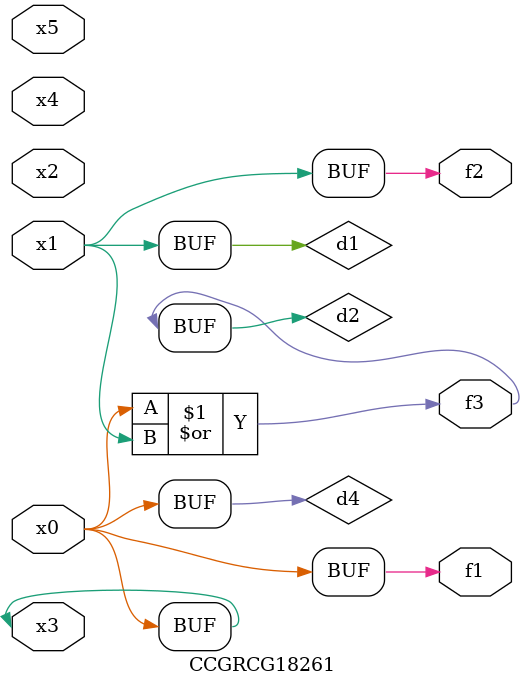
<source format=v>
module CCGRCG18261(
	input x0, x1, x2, x3, x4, x5,
	output f1, f2, f3
);

	wire d1, d2, d3, d4;

	and (d1, x1);
	or (d2, x0, x1);
	nand (d3, x0, x5);
	buf (d4, x0, x3);
	assign f1 = d4;
	assign f2 = d1;
	assign f3 = d2;
endmodule

</source>
